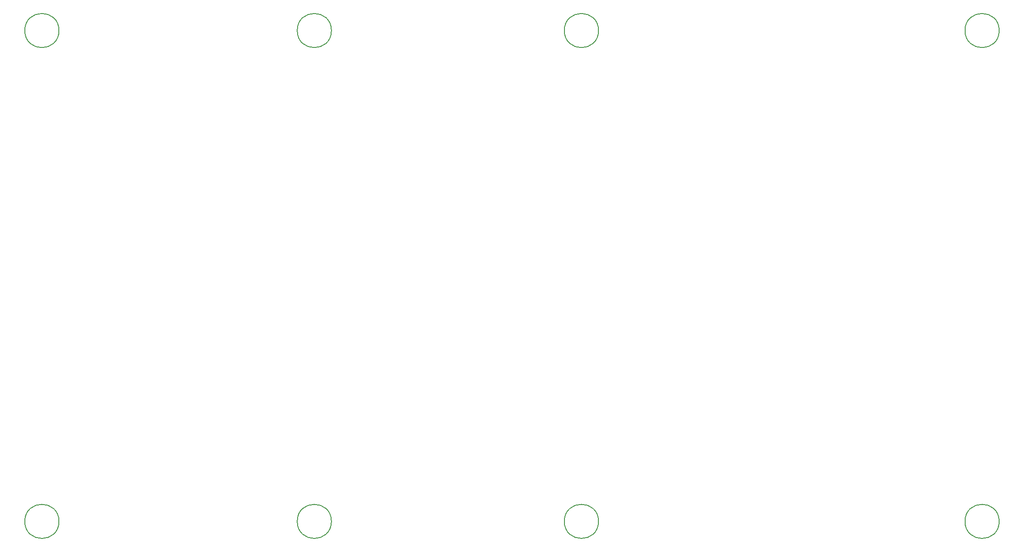
<source format=gbr>
G04 #@! TF.GenerationSoftware,KiCad,Pcbnew,8.0.4*
G04 #@! TF.CreationDate,2024-08-31T21:54:03+03:00*
G04 #@! TF.ProjectId,rioctrl-controller,72696f63-7472-46c2-9d63-6f6e74726f6c,rev?*
G04 #@! TF.SameCoordinates,Original*
G04 #@! TF.FileFunction,Other,Comment*
%FSLAX46Y46*%
G04 Gerber Fmt 4.6, Leading zero omitted, Abs format (unit mm)*
G04 Created by KiCad (PCBNEW 8.0.4) date 2024-08-31 21:54:03*
%MOMM*%
%LPD*%
G01*
G04 APERTURE LIST*
%ADD10C,0.150000*%
G04 APERTURE END LIST*
D10*
G04 #@! TO.C,H7*
X166200000Y-135000000D02*
G75*
G02*
X159800000Y-135000000I-3200000J0D01*
G01*
X159800000Y-135000000D02*
G75*
G02*
X166200000Y-135000000I3200000J0D01*
G01*
G04 #@! TO.C,H3*
X65200000Y-43000000D02*
G75*
G02*
X58800000Y-43000000I-3200000J0D01*
G01*
X58800000Y-43000000D02*
G75*
G02*
X65200000Y-43000000I3200000J0D01*
G01*
G04 #@! TO.C,H6*
X241200000Y-43000000D02*
G75*
G02*
X234800000Y-43000000I-3200000J0D01*
G01*
X234800000Y-43000000D02*
G75*
G02*
X241200000Y-43000000I3200000J0D01*
G01*
G04 #@! TO.C,H2*
X116200000Y-135000000D02*
G75*
G02*
X109800000Y-135000000I-3200000J0D01*
G01*
X109800000Y-135000000D02*
G75*
G02*
X116200000Y-135000000I3200000J0D01*
G01*
G04 #@! TO.C,H5*
X241200000Y-135000000D02*
G75*
G02*
X234800000Y-135000000I-3200000J0D01*
G01*
X234800000Y-135000000D02*
G75*
G02*
X241200000Y-135000000I3200000J0D01*
G01*
G04 #@! TO.C,H8*
X166200000Y-43000000D02*
G75*
G02*
X159800000Y-43000000I-3200000J0D01*
G01*
X159800000Y-43000000D02*
G75*
G02*
X166200000Y-43000000I3200000J0D01*
G01*
G04 #@! TO.C,H1*
X65200000Y-135000000D02*
G75*
G02*
X58800000Y-135000000I-3200000J0D01*
G01*
X58800000Y-135000000D02*
G75*
G02*
X65200000Y-135000000I3200000J0D01*
G01*
G04 #@! TO.C,H4*
X116200000Y-43000000D02*
G75*
G02*
X109800000Y-43000000I-3200000J0D01*
G01*
X109800000Y-43000000D02*
G75*
G02*
X116200000Y-43000000I3200000J0D01*
G01*
G04 #@! TD*
M02*

</source>
